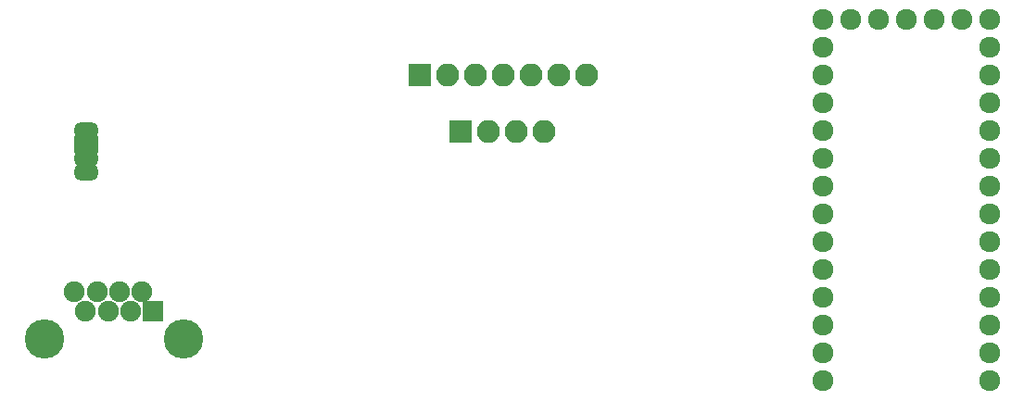
<source format=gbs>
G04 #@! TF.FileFunction,Soldermask,Bot*
%FSLAX46Y46*%
G04 Gerber Fmt 4.6, Leading zero omitted, Abs format (unit mm)*
G04 Created by KiCad (PCBNEW 4.0.7) date Thursday, May 03, 2018 'PMt' 09:58:57 PM*
%MOMM*%
%LPD*%
G01*
G04 APERTURE LIST*
%ADD10C,0.100000*%
%ADD11R,2.100000X2.100000*%
%ADD12O,2.100000X2.100000*%
%ADD13O,2.305000X1.517600*%
%ADD14R,2.305000X1.517600*%
%ADD15C,3.600000*%
%ADD16R,1.900000X1.900000*%
%ADD17C,1.900000*%
%ADD18C,1.924000*%
G04 APERTURE END LIST*
D10*
D11*
X149845517Y-90242409D03*
D12*
X152385517Y-90242409D03*
X154925517Y-90242409D03*
X157465517Y-90242409D03*
D13*
X115570000Y-90170000D03*
D14*
X115570000Y-91440000D03*
D13*
X115570000Y-92710000D03*
X115570000Y-93980000D03*
D15*
X111760000Y-109220000D03*
D16*
X121680000Y-106680000D03*
D17*
X120660000Y-104900000D03*
X119640000Y-106680000D03*
X118620000Y-104900000D03*
X117600000Y-106680000D03*
X116580000Y-104900000D03*
X115560000Y-106680000D03*
X114540000Y-104900000D03*
D15*
X124460000Y-109220000D03*
D11*
X146050000Y-85090000D03*
D12*
X148590000Y-85090000D03*
X151130000Y-85090000D03*
X153670000Y-85090000D03*
X156210000Y-85090000D03*
X158750000Y-85090000D03*
X161290000Y-85090000D03*
D18*
X198120000Y-80010000D03*
X198120000Y-82550000D03*
X198120000Y-85090000D03*
X198120000Y-87630000D03*
X198120000Y-90170000D03*
X198120000Y-92710000D03*
X198120000Y-95250000D03*
X198120000Y-113030000D03*
X198120000Y-110490000D03*
X198120000Y-107950000D03*
X198120000Y-105410000D03*
X198120000Y-102870000D03*
X198120000Y-100330000D03*
X198120000Y-97790000D03*
X182880000Y-97790000D03*
X182880000Y-100330000D03*
X182880000Y-102870000D03*
X182880000Y-105410000D03*
X182880000Y-107950000D03*
X182880000Y-110490000D03*
X182880000Y-113030000D03*
X182880000Y-95250000D03*
X182880000Y-92710000D03*
X182880000Y-90170000D03*
X182880000Y-87630000D03*
X182880000Y-85090000D03*
X182880000Y-82550000D03*
X182880000Y-80010000D03*
X185420000Y-80010000D03*
X187960000Y-80010000D03*
X190500000Y-80010000D03*
X193040000Y-80010000D03*
X195580000Y-80010000D03*
M02*

</source>
